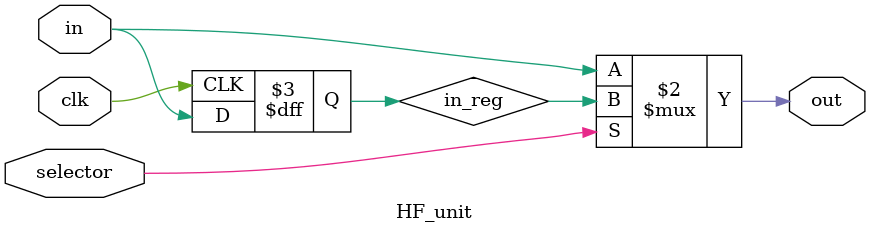
<source format=v>

module HF_unit(
		clk,
		in,
		
		// 1 means that input is registered
		selector,

		out
	);

	// parameter 
	parameter size = 1;

	// input and outputs
	input clk;
	input [size-1:0] in;
	input selector;
	output [size-1:0] out;

	// register implementation
	reg [size-1:0] in_reg;
	always @(posedge clk)begin
		in_reg <= in;
	end

	// multiplexer 
	assign out = (selector)? in_reg : in; 

endmodule 

</source>
